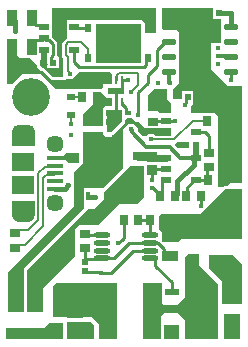
<source format=gtl>
G04*
G04 #@! TF.GenerationSoftware,Altium Limited,Altium Designer,23.8.1 (32)*
G04*
G04 Layer_Physical_Order=1*
G04 Layer_Color=255*
%FSLAX44Y44*%
%MOMM*%
G71*
G04*
G04 #@! TF.SameCoordinates,A6862DCD-3B86-4064-B5AB-42711134FE70*
G04*
G04*
G04 #@! TF.FilePolarity,Positive*
G04*
G01*
G75*
%ADD11C,0.4000*%
%ADD12C,0.6000*%
%ADD14C,0.2000*%
%ADD16R,0.5600X0.5200*%
%ADD17R,0.8500X0.6000*%
%ADD18R,0.2500X0.6750*%
%ADD19R,1.4200X0.6100*%
%ADD20O,1.4000X0.4500*%
%ADD21O,1.2500X0.5500*%
%ADD22R,0.7500X0.8500*%
%ADD23R,0.8500X0.7500*%
%ADD24R,0.5000X0.4500*%
%ADD25R,0.8500X1.3500*%
%ADD26R,1.3500X0.8500*%
%ADD27R,0.6000X0.7500*%
%ADD28R,1.2000X0.5000*%
%ADD29R,1.3500X0.4000*%
%ADD30R,1.9000X1.5000*%
%ADD31R,0.8500X0.8500*%
%ADD32R,0.6500X0.6000*%
%ADD33R,0.9500X1.4000*%
%ADD34R,0.3500X0.8000*%
%ADD35R,0.4000X0.8000*%
%ADD36R,0.5200X0.5600*%
%ADD37R,1.3500X1.0500*%
%ADD38R,1.5000X2.4000*%
%ADD39R,0.8121X0.8581*%
%ADD40R,1.6582X1.1055*%
%ADD65C,0.4000*%
%AMCUSTOMSHAPE66*
4,1,10,-2.2500,0.3000,-1.1500,0.3000,-0.5500,0.9000,1.6500,0.9000,2.2500,0.3000,2.2500,-0.3000,1.6500,-0.9000,-0.5500,-0.9000,-1.1500,-0.3000,-2.2500,-0.3000,-2.2500,0.3000,0.0*%
%ADD66CUSTOMSHAPE66*%

%ADD67C,0.2540*%
%ADD68C,0.3000*%
%ADD69C,0.3500*%
%ADD70C,0.5000*%
%ADD71C,0.7500*%
%ADD72C,1.4500*%
%ADD73C,3.2000*%
G36*
X127000Y259250D02*
X117500D01*
X117500Y267500D01*
X115500Y269500D01*
X51750D01*
Y268750D01*
X51750D01*
Y258750D01*
X51750D01*
Y254500D01*
X47591Y250341D01*
Y249034D01*
X47591Y249034D01*
X47591Y249034D01*
Y239997D01*
X47591Y239996D01*
X47591Y239996D01*
Y238729D01*
X48487Y237834D01*
X48750Y237571D01*
Y221750D01*
X39783D01*
X32160Y229373D01*
X31127D01*
X29250Y231250D01*
Y236000D01*
X35000D01*
X35000Y229250D01*
X35250Y229000D01*
X42000D01*
X42150Y229150D01*
X44700D01*
Y238350D01*
X43500Y239550D01*
Y250500D01*
X38750Y255250D01*
X38750Y280000D01*
X127000D01*
Y259250D01*
D02*
G37*
G36*
X114000Y233750D02*
X76000D01*
Y266750D01*
X114000D01*
Y233750D01*
D02*
G37*
G36*
X9750Y240000D02*
X11750Y238000D01*
X20000D01*
X26529Y231471D01*
X26461Y229789D01*
X29500Y226750D01*
X31000D01*
X38590Y219160D01*
X49544D01*
X49741Y219357D01*
X50581Y219919D01*
X56169D01*
X62500Y226250D01*
X87500D01*
X89750Y224000D01*
Y215500D01*
X82000D01*
Y212750D01*
X80500Y211250D01*
X42044D01*
X29494Y223800D01*
X13300D01*
X5000Y215500D01*
X1250D01*
Y253500D01*
X9750D01*
Y240000D01*
D02*
G37*
G36*
X136250Y202750D02*
X139500Y199500D01*
X139500Y191000D01*
X130000D01*
X128500Y192500D01*
X120000D01*
Y205500D01*
X125750Y211250D01*
X136250D01*
Y202750D01*
D02*
G37*
G36*
X84400Y204600D02*
Y204575D01*
X84425D01*
X85250Y203750D01*
X89750D01*
Y197000D01*
X83750Y197000D01*
X82500Y195750D01*
Y180000D01*
X65500D01*
X65500Y190500D01*
X73500Y198500D01*
X73500Y208500D01*
X80500D01*
X84400Y204600D01*
D02*
G37*
G36*
X98000Y184000D02*
X88750Y174750D01*
X85250D01*
Y194000D01*
X98000D01*
X98000Y184000D01*
D02*
G37*
G36*
X110000Y183250D02*
X112750Y183250D01*
X118000Y178000D01*
X139500D01*
Y171866D01*
X126884D01*
X125000Y173750D01*
X120500D01*
X118500Y171750D01*
X115750D01*
X111750Y175750D01*
X111750Y178500D01*
X108250Y182000D01*
X104000D01*
X99500Y177500D01*
Y144250D01*
X82500Y127250D01*
X66500D01*
X65750Y126500D01*
Y114500D01*
Y110500D01*
X15000Y59750D01*
Y22500D01*
X1500D01*
Y56000D01*
X57500Y112000D01*
Y140750D01*
X63342Y146592D01*
X63579Y146750D01*
X64000D01*
Y147171D01*
X64158Y147408D01*
X65500Y148750D01*
Y174750D01*
X82500D01*
Y173500D01*
X84810Y171190D01*
X90190D01*
Y172657D01*
X90320D01*
X100590Y182927D01*
Y184000D01*
Y184840D01*
X103000Y187250D01*
X106000D01*
X110000Y183250D01*
D02*
G37*
G36*
X62000Y148750D02*
X52750Y148750D01*
X50500Y151000D01*
X35250D01*
Y154250D01*
X48000D01*
X51000Y157250D01*
X62000D01*
Y148750D01*
D02*
G37*
G36*
X175250Y270750D02*
X182000D01*
Y250750D01*
X174000D01*
Y228500D01*
X188250Y214250D01*
X189250D01*
X189347Y214210D01*
X191153D01*
X191250Y214250D01*
X200000Y214250D01*
Y131750D01*
X189500D01*
X187090Y129340D01*
X185750D01*
X184759Y129143D01*
X183919Y128581D01*
X183587Y128250D01*
X179250D01*
Y188750D01*
X177000Y191000D01*
X156500D01*
Y197000D01*
X158650Y199150D01*
Y200400D01*
Y209600D01*
X149050D01*
X149000Y209550D01*
Y203741D01*
X148986Y203670D01*
Y202750D01*
X141250D01*
Y211250D01*
X146250Y216250D01*
Y225732D01*
X146343Y226200D01*
X146250Y226668D01*
Y238432D01*
X146343Y238900D01*
X146250Y239368D01*
Y251132D01*
X146343Y251600D01*
X146250Y252068D01*
Y260000D01*
X144750Y261500D01*
X133250D01*
X131750Y263000D01*
Y280000D01*
X175250D01*
Y270750D01*
D02*
G37*
G36*
X200000Y84500D02*
X148250D01*
X145750Y82000D01*
X132250D01*
Y90500D01*
X129500Y93250D01*
Y104250D01*
X131000Y105750D01*
X164750Y105750D01*
X185750Y126750D01*
X200000D01*
Y84500D01*
D02*
G37*
G36*
Y62750D02*
Y29000D01*
X182750D01*
Y48750D01*
X171750Y59750D01*
Y70750D01*
X192000D01*
X200000Y62750D01*
D02*
G37*
G36*
X163250Y62750D02*
X179250Y46750D01*
Y0D01*
X151250D01*
Y16000D01*
X145250Y22000D01*
X134250D01*
X131000Y18750D01*
Y0D01*
X116000D01*
Y47000D01*
X132000D01*
Y30250D01*
X134250Y28000D01*
X145250D01*
X151250Y34000D01*
X151250Y69000D01*
X153750Y71500D01*
X163250D01*
X163250Y62750D01*
D02*
G37*
G36*
X116500Y145995D02*
Y119000D01*
X111250Y113750D01*
X95500D01*
X77750Y96000D01*
X62250D01*
X61000Y94750D01*
X60750D01*
Y94500D01*
X58750Y92500D01*
Y70000D01*
X31000Y42250D01*
Y22500D01*
X17590D01*
Y58340D01*
X69500Y110250D01*
X74500D01*
X82750Y118500D01*
X82750Y123500D01*
X105250Y146000D01*
X116500D01*
X116563Y146058D01*
X116500Y145995D01*
D02*
G37*
G36*
X198000Y0D02*
X184500D01*
Y21000D01*
X198000D01*
Y0D01*
D02*
G37*
G36*
X146250D02*
X134250D01*
Y12000D01*
X146250D01*
Y0D01*
D02*
G37*
G36*
X94250D02*
X79000D01*
X79000Y12500D01*
X73250Y18250D01*
X40000D01*
Y44500D01*
X42500Y47000D01*
X94250D01*
Y0D01*
D02*
G37*
G36*
X74750Y11250D02*
Y0D01*
X52000D01*
Y13750D01*
X72250D01*
X74750Y11250D01*
D02*
G37*
G36*
X48500Y0D02*
X0D01*
Y9000D01*
X32250D01*
X36500Y13250D01*
X48500D01*
Y0D01*
D02*
G37*
G36*
G01X24500Y176000D02*
G03X19500Y181000I-5000J-0D01*
G01X10250D01*
G03X5500Y176250I0J-4750D01*
G01Y163000D01*
G01X24500D01*
G01Y176000D01*
D02*
G37*
G36*
G01X5250Y104000D02*
G03X10250Y99000I5000J0D01*
G01X19500D01*
G03X24250Y103750I0J4750D01*
G01Y117000D01*
G01X5250D01*
G01Y104000D01*
D02*
G37*
D11*
X7750Y89250D02*
X9500Y91000D01*
X50187Y127000D02*
X52941Y129754D01*
X41750Y127000D02*
X50187D01*
X5500Y271250D02*
X7500Y269250D01*
Y260500D02*
Y269250D01*
X159882Y153250D02*
X160750D01*
X158882Y147382D02*
Y152250D01*
X144900Y122900D02*
Y133400D01*
X158882Y152250D02*
X159882Y153250D01*
X144900Y133400D02*
X158882Y147382D01*
X32050Y244300D02*
X32500Y244750D01*
X190500Y264300D02*
Y275750D01*
X180400D02*
X190500D01*
X143250Y121250D02*
X144900Y122900D01*
X70000Y120250D02*
X75750D01*
D12*
X123750Y154270D02*
X124770Y153250D01*
X135250D01*
X123270Y154750D02*
X123750Y154270D01*
D14*
X112250Y214750D02*
Y224053D01*
X106250Y208750D02*
X112250Y214750D01*
X27250Y100540D02*
Y121116D01*
X27350Y121216D02*
Y139900D01*
X18710Y92000D02*
X27250Y100540D01*
X27350Y139900D02*
X32950Y145500D01*
X27250Y121116D02*
X27350Y121216D01*
X15750Y79500D02*
X31500Y95250D01*
Y136384D02*
X34116Y139000D01*
X31500Y95250D02*
Y136384D01*
X34116Y139000D02*
X40750D01*
X10500Y92000D02*
X18710D01*
X40750Y139000D02*
X41750Y140000D01*
X7750Y76750D02*
X10500Y79500D01*
X15750D01*
X32950Y145500D02*
X40750D01*
X41750Y146500D01*
X55500Y182000D02*
Y189750D01*
X95966Y225225D02*
X111078D01*
X112250Y224053D01*
X122807Y168807D02*
X142307D01*
X158000Y184500D02*
X170500D01*
X142307Y168807D02*
X158000Y184500D01*
X52450Y226300D02*
Y238197D01*
X50650Y239996D02*
X52450Y238197D01*
Y226300D02*
X54250Y224500D01*
X50650Y239996D02*
Y249034D01*
X52466Y250850D01*
X63534D02*
X69500Y244884D01*
X52466Y250850D02*
X63534D01*
X69500Y237500D02*
Y244884D01*
X122750Y168750D02*
X122807Y168807D01*
X55500Y204250D02*
X64750D01*
X93750Y223009D02*
X95966Y225225D01*
X93750Y219000D02*
Y223009D01*
X93500Y218750D02*
X93750Y219000D01*
D16*
X161650Y205000D02*
D03*
X153850D02*
D03*
X160650Y164250D02*
D03*
X152850D02*
D03*
X39900Y233750D02*
D03*
X32100D02*
D03*
X79850Y191500D02*
D03*
X87650D02*
D03*
X79850Y183500D02*
D03*
X87650D02*
D03*
X172600Y275750D02*
D03*
X180400D02*
D03*
D17*
X135250Y194000D02*
D03*
Y184500D02*
D03*
Y175000D02*
D03*
X160750D02*
D03*
Y194000D02*
D03*
X135250Y153250D02*
D03*
Y143750D02*
D03*
Y134250D02*
D03*
X160750D02*
D03*
Y153250D02*
D03*
X32500Y263750D02*
D03*
Y254250D02*
D03*
Y244750D02*
D03*
X58000D02*
D03*
Y263750D02*
D03*
D18*
X98500Y218750D02*
D03*
X93500D02*
D03*
X88500D02*
D03*
Y200500D02*
D03*
X93500D02*
D03*
X98500D02*
D03*
D19*
X93500Y209625D02*
D03*
D20*
X122250Y68000D02*
D03*
Y74500D02*
D03*
Y81000D02*
D03*
Y87500D02*
D03*
X81250Y68000D02*
D03*
Y74500D02*
D03*
Y81000D02*
D03*
Y87500D02*
D03*
D21*
X138000Y264300D02*
D03*
Y251600D02*
D03*
Y238900D02*
D03*
Y226200D02*
D03*
X190500Y264300D02*
D03*
Y251600D02*
D03*
Y238900D02*
D03*
Y226200D02*
D03*
D22*
X152750Y121250D02*
D03*
X165250D02*
D03*
X183500Y134250D02*
D03*
X171000D02*
D03*
X143250Y121250D02*
D03*
X130750D02*
D03*
X64750Y204250D02*
D03*
X77250D02*
D03*
X112250Y100250D02*
D03*
X99750D02*
D03*
X134250D02*
D03*
X121750D02*
D03*
X183000Y184500D02*
D03*
X170500D02*
D03*
X145000Y207000D02*
D03*
X132500D02*
D03*
D23*
X124250Y196250D02*
D03*
Y183750D02*
D03*
X171750Y145000D02*
D03*
Y157500D02*
D03*
X112250Y154750D02*
D03*
Y142250D02*
D03*
X69750Y171000D02*
D03*
Y183500D02*
D03*
X67000Y76500D02*
D03*
Y89000D02*
D03*
X193750Y135500D02*
D03*
Y123000D02*
D03*
X44250Y22000D02*
D03*
Y9500D02*
D03*
X7750Y89250D02*
D03*
Y76750D02*
D03*
D24*
X103000Y191500D02*
D03*
X95500D02*
D03*
D25*
X21750Y271250D02*
D03*
X5250D02*
D03*
Y246750D02*
D03*
X21750D02*
D03*
D26*
X191250Y33250D02*
D03*
Y16750D02*
D03*
X139000Y86250D02*
D03*
Y69750D02*
D03*
D27*
X88500Y263000D02*
D03*
X79000D02*
D03*
X69500D02*
D03*
Y237500D02*
D03*
X79000D02*
D03*
X88500D02*
D03*
X101500Y237500D02*
D03*
X111000D02*
D03*
X120500D02*
D03*
Y263000D02*
D03*
X111000D02*
D03*
X101500D02*
D03*
D28*
X140250Y39500D02*
D03*
Y9500D02*
D03*
D29*
X41750Y153000D02*
D03*
Y146500D02*
D03*
Y140000D02*
D03*
Y133500D02*
D03*
Y127000D02*
D03*
D30*
X14750Y150000D02*
D03*
Y130000D02*
D03*
D31*
X57750Y153000D02*
D03*
X69750D02*
D03*
D32*
X55500Y204250D02*
D03*
Y189750D02*
D03*
D33*
X158500Y91500D02*
D03*
Y64500D02*
D03*
D34*
X24250Y5000D02*
D03*
Y26500D02*
D03*
X8250Y5000D02*
D03*
Y26500D02*
D03*
D35*
X69750Y142000D02*
D03*
Y120500D02*
D03*
D36*
X67000Y65150D02*
D03*
Y57350D02*
D03*
D37*
X58750Y8500D02*
D03*
Y23000D02*
D03*
D38*
X86500Y24500D02*
D03*
X123500D02*
D03*
D39*
X123750Y142730D02*
D03*
Y154270D02*
D03*
D40*
X180000Y90764D02*
D03*
Y65236D02*
D03*
D65*
X66500Y221750D02*
D03*
X123750Y134500D02*
D03*
X106250Y208750D02*
D03*
X52941Y129754D02*
D03*
X7500Y260500D02*
D03*
X94500Y80750D02*
D03*
X55500Y172500D02*
D03*
Y182000D02*
D03*
X138535Y216249D02*
D03*
X190250Y218750D02*
D03*
X129000Y216500D02*
D03*
X149000Y258000D02*
D03*
X194500Y194250D02*
D03*
X179455Y232295D02*
D03*
X54250Y224500D02*
D03*
X190500Y275750D02*
D03*
X106161Y177190D02*
D03*
X112250Y189000D02*
D03*
X122750Y168750D02*
D03*
X41250Y223750D02*
D03*
X146000Y164250D02*
D03*
X123750Y127960D02*
D03*
X179250Y246000D02*
D03*
X179353Y239283D02*
D03*
X103750Y218750D02*
D03*
X87750Y177000D02*
D03*
X95500Y185250D02*
D03*
X143500Y184500D02*
D03*
X151500Y198000D02*
D03*
X165250Y112750D02*
D03*
X75750Y120250D02*
D03*
X80500Y56000D02*
D03*
X69750Y8500D02*
D03*
X140250Y3500D02*
D03*
X195250Y6000D02*
D03*
X187250D02*
D03*
D66*
X156750Y25000D02*
D03*
D67*
X123750Y142730D02*
X124770Y143750D01*
X123750Y134500D02*
Y142730D01*
X67011Y56239D02*
X80261D01*
X80500Y56000D01*
X112250Y208570D02*
X120000Y216320D01*
Y223000D02*
X127500Y230500D01*
X120000Y216320D02*
Y223000D01*
X112250Y189000D02*
Y208570D01*
X127500Y230500D02*
Y244600D01*
X94895Y80750D02*
X97865Y83720D01*
X97951D01*
X99747Y85516D02*
Y100247D01*
X94500Y80750D02*
X94895D01*
X97951Y83720D02*
X99747Y85516D01*
X190250Y218750D02*
X190375Y218875D01*
Y226075D01*
X126560Y61440D02*
X140250Y47750D01*
X126560Y61440D02*
Y67095D01*
X140250Y39500D02*
Y47750D01*
X81250Y68000D02*
X91500D01*
X104500Y81000D01*
X122250D01*
X130750Y121250D02*
X132250Y122750D01*
Y132500D02*
X134000Y134250D01*
X132250Y122750D02*
Y132500D01*
X134000Y134250D02*
X135250D01*
X127500Y244600D02*
X134500Y251600D01*
X118770Y235770D02*
X120500Y237500D01*
X118750Y233532D02*
X118770Y233552D01*
X62000Y230250D02*
X117262D01*
X118750Y231738D02*
Y233532D01*
X117262Y230250D02*
X118750Y231738D01*
X118770Y233552D02*
Y235770D01*
X25474Y252724D02*
X30974D01*
X22000Y249250D02*
X25474Y252724D01*
X22000Y246750D02*
Y249250D01*
X30974Y252724D02*
X32500Y254250D01*
X34230Y252520D02*
X36746D01*
X40120Y240354D02*
Y249146D01*
X32500Y254250D02*
X34230Y252520D01*
X36746D02*
X40120Y249146D01*
X38438Y235080D02*
Y238672D01*
X39768Y233750D02*
X39900D01*
X38438Y238672D02*
X40120Y240354D01*
X38438Y235080D02*
X39768Y233750D01*
X190375Y226075D02*
X190500Y226200D01*
X40971Y224029D02*
X41250Y223750D01*
X32050Y234200D02*
X33630Y232620D01*
X58000Y234250D02*
X62000Y230250D01*
X58000Y234250D02*
Y244750D01*
X171750Y157500D02*
Y172000D01*
X160750Y175000D02*
X168750D01*
X171750Y172000D01*
X124819Y127681D02*
X130750Y121750D01*
Y121250D02*
Y121750D01*
X124029Y127681D02*
X124819D01*
X123750Y127960D02*
X124029Y127681D01*
X134500Y251600D02*
X138000D01*
X58375Y263375D02*
X69125D01*
X58000Y263750D02*
X58375Y263375D01*
X69125D02*
X69500Y263000D01*
X30974Y265276D02*
X32500Y263750D01*
X25474Y265276D02*
X30974D01*
X22000Y268750D02*
X25474Y265276D01*
X22000Y268750D02*
Y271250D01*
X5500Y271250D02*
X5500Y271250D01*
X98500Y218750D02*
X103750D01*
X98500Y218750D02*
X98500Y218750D01*
X87650Y183500D02*
X87700Y183450D01*
Y177050D02*
Y183450D01*
Y177050D02*
X87750Y177000D01*
X95250Y191500D02*
X95500D01*
X93500Y193250D02*
Y200500D01*
Y193250D02*
X95250Y191500D01*
X87650Y183500D02*
X87650Y183500D01*
X93500Y200500D02*
Y209625D01*
X96720D02*
X98500Y211405D01*
Y218750D01*
X93500Y209625D02*
X96720D01*
X101770Y192480D02*
Y195145D01*
X98500Y198415D02*
X101770Y195145D01*
X102750Y191500D02*
X103000D01*
X101770Y192480D02*
X102750Y191500D01*
X98500Y198415D02*
Y200500D01*
X135250Y184500D02*
X143500D01*
X124625Y184125D02*
X134875D01*
X124250Y183750D02*
X124625Y184125D01*
X134875D02*
X135250Y184500D01*
X152320Y199215D02*
Y203670D01*
X151500Y198395D02*
X152320Y199215D01*
X153650Y205000D02*
X153850D01*
X152320Y203670D02*
X153650Y205000D01*
X151500Y198000D02*
Y198395D01*
X153072Y127822D02*
X159500Y134250D01*
X153072Y121572D02*
Y127822D01*
X159500Y134250D02*
X170500D01*
X152750Y121250D02*
X153072Y121572D01*
X165250Y112750D02*
Y121250D01*
X170500Y143750D02*
X171750Y145000D01*
X170500Y134250D02*
Y143750D01*
X124770D02*
X135250D01*
X69750Y120500D02*
X70000Y120250D01*
X67000Y56228D02*
X67011Y56239D01*
X80500Y56000D02*
X88995D01*
X107495Y74500D01*
X122250D01*
X99747Y100247D02*
X99750Y100250D01*
X140250Y39500D02*
X140250Y39500D01*
X122250Y68000D02*
X125655D01*
X126560Y67095D01*
X136500Y69750D02*
X139000D01*
X133520Y72730D02*
X136500Y69750D01*
X133520Y72730D02*
Y75928D01*
X128823Y80625D02*
X133520Y75928D01*
X122625Y80625D02*
X128823D01*
X122250Y81000D02*
X122625Y80625D01*
X80875Y67625D02*
X81250Y68000D01*
X122250Y87500D02*
Y100230D01*
X122230Y100250D02*
X122250Y100230D01*
X112250Y100250D02*
X122230D01*
X67000Y66272D02*
Y76980D01*
X68354Y67625D02*
X80875D01*
X67000Y66272D02*
X68354Y67625D01*
X67000Y88520D02*
X68020Y87500D01*
X81250D01*
D68*
X106352Y174898D02*
X119000Y162250D01*
X138750D02*
X147750Y153250D01*
X119000Y162250D02*
X138750D01*
X158882Y153250D02*
X160750D01*
X147750D02*
X158882D01*
X41250Y223750D02*
X41441Y223941D01*
X106161Y177190D02*
X106352Y176999D01*
Y174898D02*
Y176999D01*
D69*
X138000Y226200D02*
X138440Y225760D01*
Y216344D02*
Y225760D01*
Y216344D02*
X138535Y216249D01*
X179353Y239283D02*
X190117D01*
X190500Y238900D01*
D70*
X32050Y234200D02*
Y244300D01*
X160650Y164250D02*
X160700Y164200D01*
Y153300D02*
Y164200D01*
X146000Y164250D02*
X152850D01*
D71*
X112250Y154750D02*
X123270D01*
D72*
X41750Y115000D02*
D03*
Y165000D02*
D03*
D73*
X21500Y204500D02*
D03*
M02*

</source>
